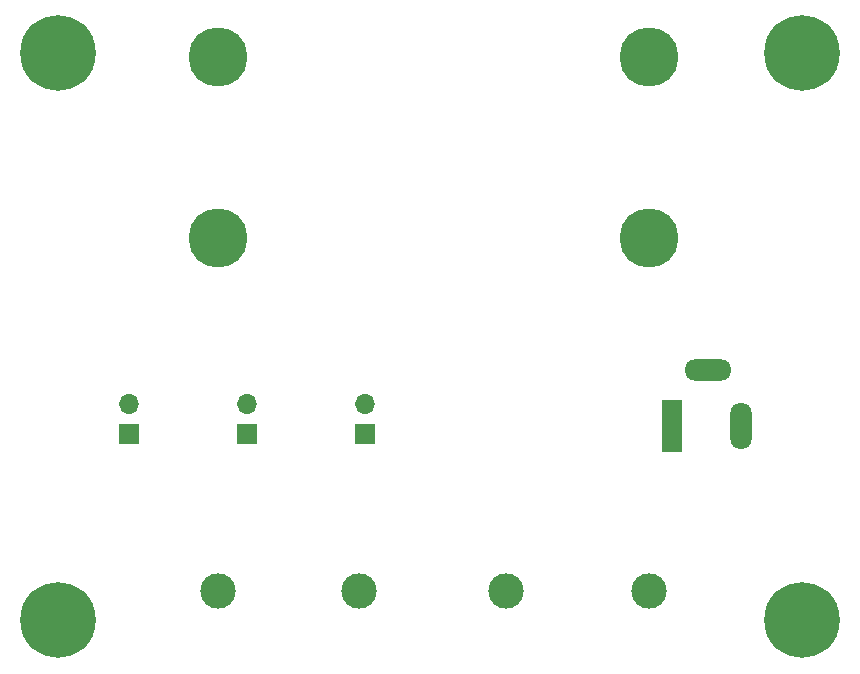
<source format=gbr>
%TF.GenerationSoftware,KiCad,Pcbnew,8.0.0*%
%TF.CreationDate,2024-03-04T13:39:21+01:00*%
%TF.ProjectId,ACS712-module,41435337-3132-42d6-9d6f-64756c652e6b,rev?*%
%TF.SameCoordinates,Original*%
%TF.FileFunction,Soldermask,Bot*%
%TF.FilePolarity,Negative*%
%FSLAX46Y46*%
G04 Gerber Fmt 4.6, Leading zero omitted, Abs format (unit mm)*
G04 Created by KiCad (PCBNEW 8.0.0) date 2024-03-04 13:39:21*
%MOMM*%
%LPD*%
G01*
G04 APERTURE LIST*
%ADD10R,1.800000X4.400000*%
%ADD11O,1.800000X4.000000*%
%ADD12O,4.000000X1.800000*%
%ADD13C,3.000000*%
%ADD14C,5.000000*%
%ADD15C,0.800000*%
%ADD16C,6.400000*%
%ADD17R,1.700000X1.700000*%
%ADD18O,1.700000X1.700000*%
G04 APERTURE END LIST*
D10*
%TO.C,J5*%
X165500000Y-105100000D03*
D11*
X171300000Y-105100000D03*
D12*
X168500000Y-100300000D03*
%TD*%
D13*
%TO.C,TP4*%
X151440000Y-119025000D03*
%TD*%
D14*
%TO.C,J1*%
X163500000Y-73850000D03*
X163500000Y-89150000D03*
%TD*%
D13*
%TO.C,TP2*%
X163500000Y-119000000D03*
%TD*%
D15*
%TO.C,H2*%
X111100000Y-121500000D03*
X111802944Y-119802944D03*
X111802944Y-123197056D03*
X113500000Y-119100000D03*
D16*
X113500000Y-121500000D03*
D15*
X113500000Y-123900000D03*
X115197056Y-119802944D03*
X115197056Y-123197056D03*
X115900000Y-121500000D03*
%TD*%
D13*
%TO.C,TP3*%
X127000000Y-119025000D03*
%TD*%
D17*
%TO.C,JP1*%
X119500000Y-105775000D03*
D18*
X119500000Y-103235000D03*
%TD*%
D15*
%TO.C,H4*%
X174100000Y-73500000D03*
X174802944Y-71802944D03*
X174802944Y-75197056D03*
X176500000Y-71100000D03*
D16*
X176500000Y-73500000D03*
D15*
X176500000Y-75900000D03*
X178197056Y-71802944D03*
X178197056Y-75197056D03*
X178900000Y-73500000D03*
%TD*%
D17*
%TO.C,JP2*%
X129500000Y-105775000D03*
D18*
X129500000Y-103235000D03*
%TD*%
D13*
%TO.C,TP1*%
X139000000Y-119025000D03*
%TD*%
D15*
%TO.C,H3*%
X174100000Y-121500000D03*
X174802944Y-119802944D03*
X174802944Y-123197056D03*
X176500000Y-119100000D03*
D16*
X176500000Y-121500000D03*
D15*
X176500000Y-123900000D03*
X178197056Y-119802944D03*
X178197056Y-123197056D03*
X178900000Y-121500000D03*
%TD*%
D17*
%TO.C,JP3*%
X139500000Y-105775000D03*
D18*
X139500000Y-103235000D03*
%TD*%
D14*
%TO.C,J2*%
X127000000Y-73850000D03*
X127000000Y-89150000D03*
%TD*%
D15*
%TO.C,H1*%
X111100000Y-73500000D03*
X111802944Y-71802944D03*
X111802944Y-75197056D03*
X113500000Y-71100000D03*
D16*
X113500000Y-73500000D03*
D15*
X113500000Y-75900000D03*
X115197056Y-71802944D03*
X115197056Y-75197056D03*
X115900000Y-73500000D03*
%TD*%
M02*

</source>
